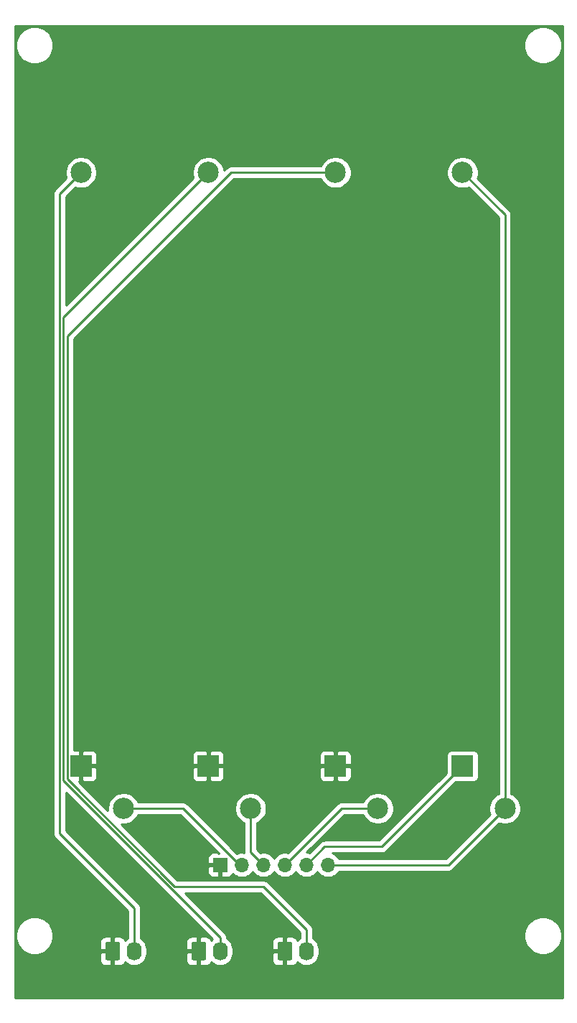
<source format=gbr>
%TF.GenerationSoftware,KiCad,Pcbnew,5.1.10-88a1d61d58~90~ubuntu20.04.1*%
%TF.CreationDate,2021-08-07T12:40:56-04:00*%
%TF.ProjectId,ao_audio_mixer,616f5f61-7564-4696-9f5f-6d697865722e,rev?*%
%TF.SameCoordinates,Original*%
%TF.FileFunction,Copper,L1,Top*%
%TF.FilePolarity,Positive*%
%FSLAX46Y46*%
G04 Gerber Fmt 4.6, Leading zero omitted, Abs format (unit mm)*
G04 Created by KiCad (PCBNEW 5.1.10-88a1d61d58~90~ubuntu20.04.1) date 2021-08-07 12:40:56*
%MOMM*%
%LPD*%
G01*
G04 APERTURE LIST*
%TA.AperFunction,ComponentPad*%
%ADD10R,2.500000X2.500000*%
%TD*%
%TA.AperFunction,ComponentPad*%
%ADD11C,2.500000*%
%TD*%
%TA.AperFunction,ComponentPad*%
%ADD12O,1.700000X1.700000*%
%TD*%
%TA.AperFunction,ComponentPad*%
%ADD13R,1.700000X1.700000*%
%TD*%
%TA.AperFunction,ComponentPad*%
%ADD14O,1.740000X2.200000*%
%TD*%
%TA.AperFunction,Conductor*%
%ADD15C,0.250000*%
%TD*%
%TA.AperFunction,Conductor*%
%ADD16C,0.254000*%
%TD*%
%TA.AperFunction,Conductor*%
%ADD17C,0.100000*%
%TD*%
G04 APERTURE END LIST*
D10*
%TO.P,RV4,1*%
%TO.N,GND1*%
X195500000Y-124000000D03*
D11*
%TO.P,RV4,2*%
%TO.N,Net-(J5-Pad4)*%
X200500000Y-129000000D03*
%TO.P,RV4,3*%
%TO.N,/IN3*%
X195500000Y-54000000D03*
%TD*%
D12*
%TO.P,J5,6*%
%TO.N,Net-(J5-Pad6)*%
X194620000Y-135680000D03*
%TO.P,J5,5*%
%TO.N,Net-(J5-Pad5)*%
X192080000Y-135680000D03*
%TO.P,J5,4*%
%TO.N,Net-(J5-Pad4)*%
X189540000Y-135680000D03*
%TO.P,J5,3*%
%TO.N,Net-(J5-Pad3)*%
X187000000Y-135680000D03*
%TO.P,J5,2*%
%TO.N,Net-(J5-Pad2)*%
X184460000Y-135680000D03*
D13*
%TO.P,J5,1*%
%TO.N,GND1*%
X181920000Y-135680000D03*
%TD*%
%TO.P,J2,1*%
%TO.N,GND1*%
%TA.AperFunction,ComponentPad*%
G36*
G01*
X178510000Y-146690001D02*
X178510000Y-144989999D01*
G75*
G02*
X178759999Y-144740000I249999J0D01*
G01*
X180000001Y-144740000D01*
G75*
G02*
X180250000Y-144989999I0J-249999D01*
G01*
X180250000Y-146690001D01*
G75*
G02*
X180000001Y-146940000I-249999J0D01*
G01*
X178759999Y-146940000D01*
G75*
G02*
X178510000Y-146690001I0J249999D01*
G01*
G37*
%TD.AperFunction*%
D14*
%TO.P,J2,2*%
%TO.N,/IN2*%
X181920000Y-145840000D03*
%TD*%
%TO.P,J1,1*%
%TO.N,GND1*%
%TA.AperFunction,ComponentPad*%
G36*
G01*
X168350000Y-146690001D02*
X168350000Y-144989999D01*
G75*
G02*
X168599999Y-144740000I249999J0D01*
G01*
X169840001Y-144740000D01*
G75*
G02*
X170090000Y-144989999I0J-249999D01*
G01*
X170090000Y-146690001D01*
G75*
G02*
X169840001Y-146940000I-249999J0D01*
G01*
X168599999Y-146940000D01*
G75*
G02*
X168350000Y-146690001I0J249999D01*
G01*
G37*
%TD.AperFunction*%
%TO.P,J1,2*%
%TO.N,/IN1*%
X171760000Y-145840000D03*
%TD*%
D10*
%TO.P,RV1,1*%
%TO.N,Net-(J5-Pad5)*%
X210500000Y-124000000D03*
D11*
%TO.P,RV1,2*%
%TO.N,Net-(J5-Pad6)*%
X215500000Y-129000000D03*
%TO.P,RV1,3*%
X210500000Y-54000000D03*
%TD*%
D10*
%TO.P,RV2,1*%
%TO.N,GND1*%
X165500000Y-124000000D03*
D11*
%TO.P,RV2,2*%
%TO.N,Net-(J5-Pad2)*%
X170500000Y-129000000D03*
%TO.P,RV2,3*%
%TO.N,/IN1*%
X165500000Y-54000000D03*
%TD*%
D10*
%TO.P,RV3,1*%
%TO.N,GND1*%
X180500000Y-124000000D03*
D11*
%TO.P,RV3,2*%
%TO.N,Net-(J5-Pad3)*%
X185500000Y-129000000D03*
%TO.P,RV3,3*%
%TO.N,/IN2*%
X180500000Y-54000000D03*
%TD*%
%TO.P,J3,1*%
%TO.N,GND1*%
%TA.AperFunction,ComponentPad*%
G36*
G01*
X188670000Y-146690001D02*
X188670000Y-144989999D01*
G75*
G02*
X188919999Y-144740000I249999J0D01*
G01*
X190160001Y-144740000D01*
G75*
G02*
X190410000Y-144989999I0J-249999D01*
G01*
X190410000Y-146690001D01*
G75*
G02*
X190160001Y-146940000I-249999J0D01*
G01*
X188919999Y-146940000D01*
G75*
G02*
X188670000Y-146690001I0J249999D01*
G01*
G37*
%TD.AperFunction*%
D14*
%TO.P,J3,2*%
%TO.N,/IN3*%
X192080000Y-145840000D03*
%TD*%
D15*
%TO.N,/IN1*%
X162974980Y-56525020D02*
X165500000Y-54000000D01*
X171760000Y-145840000D02*
X171760000Y-140760000D01*
X171760000Y-140760000D02*
X162974980Y-131974980D01*
X162974980Y-131974980D02*
X162974980Y-56525020D01*
%TO.N,/IN2*%
X181920000Y-145840000D02*
X181920000Y-144231412D01*
X181920000Y-144231412D02*
X163424989Y-125736401D01*
X163424989Y-125736401D02*
X163424989Y-71075011D01*
X163424989Y-71075011D02*
X180500000Y-54000000D01*
%TO.N,/IN3*%
X192080000Y-145840000D02*
X192080000Y-143300000D01*
X192080000Y-143300000D02*
X187000000Y-138220000D01*
X187000000Y-138220000D02*
X176544998Y-138220000D01*
X176544998Y-138220000D02*
X163874999Y-125550001D01*
X163874999Y-125550001D02*
X163874999Y-73319999D01*
X163874999Y-73319999D02*
X183194998Y-54000000D01*
X183194998Y-54000000D02*
X195500000Y-54000000D01*
%TO.N,Net-(J5-Pad4)*%
X189540000Y-135680000D02*
X196220000Y-129000000D01*
X196220000Y-129000000D02*
X200500000Y-129000000D01*
%TO.N,Net-(J5-Pad3)*%
X185500000Y-129000000D02*
X185500000Y-134180000D01*
X185500000Y-134180000D02*
X187000000Y-135680000D01*
%TO.N,Net-(J5-Pad2)*%
X170500000Y-129000000D02*
X177525002Y-129000000D01*
X177525002Y-129000000D02*
X184205002Y-135680000D01*
X184205002Y-135680000D02*
X184460000Y-135680000D01*
%TO.N,Net-(J5-Pad6)*%
X194620000Y-135680000D02*
X208820000Y-135680000D01*
X208820000Y-135680000D02*
X215500000Y-129000000D01*
X215500000Y-129000000D02*
X215500000Y-59000000D01*
X215500000Y-59000000D02*
X210500000Y-54000000D01*
%TO.N,Net-(J5-Pad5)*%
X194239000Y-133521000D02*
X200979000Y-133521000D01*
X200979000Y-133521000D02*
X210500000Y-124000000D01*
X192080000Y-135680000D02*
X194239000Y-133521000D01*
%TD*%
D16*
%TO.N,GND1*%
X222315001Y-151315000D02*
X157685000Y-151315000D01*
X157685000Y-146940000D01*
X167711928Y-146940000D01*
X167724188Y-147064482D01*
X167760498Y-147184180D01*
X167819463Y-147294494D01*
X167898815Y-147391185D01*
X167995506Y-147470537D01*
X168105820Y-147529502D01*
X168225518Y-147565812D01*
X168350000Y-147578072D01*
X168934250Y-147575000D01*
X169093000Y-147416250D01*
X169093000Y-145967000D01*
X167873750Y-145967000D01*
X167715000Y-146125750D01*
X167711928Y-146940000D01*
X157685000Y-146940000D01*
X157685000Y-143779872D01*
X157765000Y-143779872D01*
X157765000Y-144220128D01*
X157850890Y-144651925D01*
X158019369Y-145058669D01*
X158263962Y-145424729D01*
X158575271Y-145736038D01*
X158941331Y-145980631D01*
X159348075Y-146149110D01*
X159779872Y-146235000D01*
X160220128Y-146235000D01*
X160651925Y-146149110D01*
X161058669Y-145980631D01*
X161424729Y-145736038D01*
X161736038Y-145424729D01*
X161980631Y-145058669D01*
X162112628Y-144740000D01*
X167711928Y-144740000D01*
X167715000Y-145554250D01*
X167873750Y-145713000D01*
X169093000Y-145713000D01*
X169093000Y-144263750D01*
X168934250Y-144105000D01*
X168350000Y-144101928D01*
X168225518Y-144114188D01*
X168105820Y-144150498D01*
X167995506Y-144209463D01*
X167898815Y-144288815D01*
X167819463Y-144385506D01*
X167760498Y-144495820D01*
X167724188Y-144615518D01*
X167711928Y-144740000D01*
X162112628Y-144740000D01*
X162149110Y-144651925D01*
X162235000Y-144220128D01*
X162235000Y-143779872D01*
X162149110Y-143348075D01*
X161980631Y-142941331D01*
X161736038Y-142575271D01*
X161424729Y-142263962D01*
X161058669Y-142019369D01*
X160651925Y-141850890D01*
X160220128Y-141765000D01*
X159779872Y-141765000D01*
X159348075Y-141850890D01*
X158941331Y-142019369D01*
X158575271Y-142263962D01*
X158263962Y-142575271D01*
X158019369Y-142941331D01*
X157850890Y-143348075D01*
X157765000Y-143779872D01*
X157685000Y-143779872D01*
X157685000Y-56525020D01*
X162211304Y-56525020D01*
X162214981Y-56562353D01*
X162214980Y-131937658D01*
X162211304Y-131974980D01*
X162214980Y-132012302D01*
X162214980Y-132012312D01*
X162225977Y-132123965D01*
X162269434Y-132267226D01*
X162340006Y-132399256D01*
X162379851Y-132447806D01*
X162434979Y-132514981D01*
X162463983Y-132538784D01*
X171000001Y-141074804D01*
X171000000Y-144309727D01*
X170919821Y-144352583D01*
X170692615Y-144539047D01*
X170679502Y-144495820D01*
X170620537Y-144385506D01*
X170541185Y-144288815D01*
X170444494Y-144209463D01*
X170334180Y-144150498D01*
X170214482Y-144114188D01*
X170090000Y-144101928D01*
X169505750Y-144105000D01*
X169347000Y-144263750D01*
X169347000Y-145713000D01*
X169367000Y-145713000D01*
X169367000Y-145967000D01*
X169347000Y-145967000D01*
X169347000Y-147416250D01*
X169505750Y-147575000D01*
X170090000Y-147578072D01*
X170214482Y-147565812D01*
X170334180Y-147529502D01*
X170444494Y-147470537D01*
X170541185Y-147391185D01*
X170620537Y-147294494D01*
X170679502Y-147184180D01*
X170692615Y-147140953D01*
X170919822Y-147327417D01*
X171181276Y-147467166D01*
X171464969Y-147553224D01*
X171760000Y-147582282D01*
X172055032Y-147553224D01*
X172338725Y-147467166D01*
X172600179Y-147327417D01*
X172829345Y-147139345D01*
X172992943Y-146940000D01*
X177871928Y-146940000D01*
X177884188Y-147064482D01*
X177920498Y-147184180D01*
X177979463Y-147294494D01*
X178058815Y-147391185D01*
X178155506Y-147470537D01*
X178265820Y-147529502D01*
X178385518Y-147565812D01*
X178510000Y-147578072D01*
X179094250Y-147575000D01*
X179253000Y-147416250D01*
X179253000Y-145967000D01*
X178033750Y-145967000D01*
X177875000Y-146125750D01*
X177871928Y-146940000D01*
X172992943Y-146940000D01*
X173017417Y-146910179D01*
X173157166Y-146648724D01*
X173243224Y-146365031D01*
X173265000Y-146143935D01*
X173265000Y-145536064D01*
X173243224Y-145314968D01*
X173157166Y-145031275D01*
X173017417Y-144769821D01*
X172992944Y-144740000D01*
X177871928Y-144740000D01*
X177875000Y-145554250D01*
X178033750Y-145713000D01*
X179253000Y-145713000D01*
X179253000Y-144263750D01*
X179094250Y-144105000D01*
X178510000Y-144101928D01*
X178385518Y-144114188D01*
X178265820Y-144150498D01*
X178155506Y-144209463D01*
X178058815Y-144288815D01*
X177979463Y-144385506D01*
X177920498Y-144495820D01*
X177884188Y-144615518D01*
X177871928Y-144740000D01*
X172992944Y-144740000D01*
X172829345Y-144540655D01*
X172600178Y-144352583D01*
X172520000Y-144309727D01*
X172520000Y-140797322D01*
X172523676Y-140759999D01*
X172520000Y-140722676D01*
X172520000Y-140722667D01*
X172509003Y-140611014D01*
X172465546Y-140467753D01*
X172394974Y-140335724D01*
X172381811Y-140319685D01*
X172323799Y-140248996D01*
X172323795Y-140248992D01*
X172300001Y-140219999D01*
X172271008Y-140196205D01*
X163734980Y-131660179D01*
X163734980Y-127121193D01*
X181017507Y-144403722D01*
X180852615Y-144539047D01*
X180839502Y-144495820D01*
X180780537Y-144385506D01*
X180701185Y-144288815D01*
X180604494Y-144209463D01*
X180494180Y-144150498D01*
X180374482Y-144114188D01*
X180250000Y-144101928D01*
X179665750Y-144105000D01*
X179507000Y-144263750D01*
X179507000Y-145713000D01*
X179527000Y-145713000D01*
X179527000Y-145967000D01*
X179507000Y-145967000D01*
X179507000Y-147416250D01*
X179665750Y-147575000D01*
X180250000Y-147578072D01*
X180374482Y-147565812D01*
X180494180Y-147529502D01*
X180604494Y-147470537D01*
X180701185Y-147391185D01*
X180780537Y-147294494D01*
X180839502Y-147184180D01*
X180852615Y-147140953D01*
X181079822Y-147327417D01*
X181341276Y-147467166D01*
X181624969Y-147553224D01*
X181920000Y-147582282D01*
X182215032Y-147553224D01*
X182498725Y-147467166D01*
X182760179Y-147327417D01*
X182989345Y-147139345D01*
X183152943Y-146940000D01*
X188031928Y-146940000D01*
X188044188Y-147064482D01*
X188080498Y-147184180D01*
X188139463Y-147294494D01*
X188218815Y-147391185D01*
X188315506Y-147470537D01*
X188425820Y-147529502D01*
X188545518Y-147565812D01*
X188670000Y-147578072D01*
X189254250Y-147575000D01*
X189413000Y-147416250D01*
X189413000Y-145967000D01*
X188193750Y-145967000D01*
X188035000Y-146125750D01*
X188031928Y-146940000D01*
X183152943Y-146940000D01*
X183177417Y-146910179D01*
X183317166Y-146648724D01*
X183403224Y-146365031D01*
X183425000Y-146143935D01*
X183425000Y-145536064D01*
X183403224Y-145314968D01*
X183317166Y-145031275D01*
X183177417Y-144769821D01*
X183152944Y-144740000D01*
X188031928Y-144740000D01*
X188035000Y-145554250D01*
X188193750Y-145713000D01*
X189413000Y-145713000D01*
X189413000Y-144263750D01*
X189254250Y-144105000D01*
X188670000Y-144101928D01*
X188545518Y-144114188D01*
X188425820Y-144150498D01*
X188315506Y-144209463D01*
X188218815Y-144288815D01*
X188139463Y-144385506D01*
X188080498Y-144495820D01*
X188044188Y-144615518D01*
X188031928Y-144740000D01*
X183152944Y-144740000D01*
X182989345Y-144540655D01*
X182760178Y-144352583D01*
X182680000Y-144309727D01*
X182680000Y-144268734D01*
X182683676Y-144231411D01*
X182680000Y-144194088D01*
X182680000Y-144194079D01*
X182669003Y-144082426D01*
X182625546Y-143939165D01*
X182554974Y-143807136D01*
X182486973Y-143724276D01*
X182483799Y-143720408D01*
X182483795Y-143720404D01*
X182460001Y-143691411D01*
X182431008Y-143667617D01*
X177743390Y-138980000D01*
X186685199Y-138980000D01*
X191320001Y-143614803D01*
X191320001Y-144309726D01*
X191239821Y-144352583D01*
X191012615Y-144539047D01*
X190999502Y-144495820D01*
X190940537Y-144385506D01*
X190861185Y-144288815D01*
X190764494Y-144209463D01*
X190654180Y-144150498D01*
X190534482Y-144114188D01*
X190410000Y-144101928D01*
X189825750Y-144105000D01*
X189667000Y-144263750D01*
X189667000Y-145713000D01*
X189687000Y-145713000D01*
X189687000Y-145967000D01*
X189667000Y-145967000D01*
X189667000Y-147416250D01*
X189825750Y-147575000D01*
X190410000Y-147578072D01*
X190534482Y-147565812D01*
X190654180Y-147529502D01*
X190764494Y-147470537D01*
X190861185Y-147391185D01*
X190940537Y-147294494D01*
X190999502Y-147184180D01*
X191012615Y-147140953D01*
X191239822Y-147327417D01*
X191501276Y-147467166D01*
X191784969Y-147553224D01*
X192080000Y-147582282D01*
X192375032Y-147553224D01*
X192658725Y-147467166D01*
X192920179Y-147327417D01*
X193149345Y-147139345D01*
X193337417Y-146910179D01*
X193477166Y-146648724D01*
X193563224Y-146365031D01*
X193585000Y-146143935D01*
X193585000Y-145536064D01*
X193563224Y-145314968D01*
X193477166Y-145031275D01*
X193337417Y-144769821D01*
X193149345Y-144540655D01*
X192920178Y-144352583D01*
X192840000Y-144309727D01*
X192840000Y-143779872D01*
X217765000Y-143779872D01*
X217765000Y-144220128D01*
X217850890Y-144651925D01*
X218019369Y-145058669D01*
X218263962Y-145424729D01*
X218575271Y-145736038D01*
X218941331Y-145980631D01*
X219348075Y-146149110D01*
X219779872Y-146235000D01*
X220220128Y-146235000D01*
X220651925Y-146149110D01*
X221058669Y-145980631D01*
X221424729Y-145736038D01*
X221736038Y-145424729D01*
X221980631Y-145058669D01*
X222149110Y-144651925D01*
X222235000Y-144220128D01*
X222235000Y-143779872D01*
X222149110Y-143348075D01*
X221980631Y-142941331D01*
X221736038Y-142575271D01*
X221424729Y-142263962D01*
X221058669Y-142019369D01*
X220651925Y-141850890D01*
X220220128Y-141765000D01*
X219779872Y-141765000D01*
X219348075Y-141850890D01*
X218941331Y-142019369D01*
X218575271Y-142263962D01*
X218263962Y-142575271D01*
X218019369Y-142941331D01*
X217850890Y-143348075D01*
X217765000Y-143779872D01*
X192840000Y-143779872D01*
X192840000Y-143337323D01*
X192843676Y-143300000D01*
X192840000Y-143262677D01*
X192840000Y-143262667D01*
X192829003Y-143151014D01*
X192785546Y-143007753D01*
X192750042Y-142941331D01*
X192714974Y-142875723D01*
X192643799Y-142788997D01*
X192620001Y-142759999D01*
X192591003Y-142736201D01*
X187563804Y-137709003D01*
X187540001Y-137679999D01*
X187424276Y-137585026D01*
X187292247Y-137514454D01*
X187148986Y-137470997D01*
X187037333Y-137460000D01*
X187037322Y-137460000D01*
X187000000Y-137456324D01*
X186962678Y-137460000D01*
X176859801Y-137460000D01*
X175929801Y-136530000D01*
X180431928Y-136530000D01*
X180444188Y-136654482D01*
X180480498Y-136774180D01*
X180539463Y-136884494D01*
X180618815Y-136981185D01*
X180715506Y-137060537D01*
X180825820Y-137119502D01*
X180945518Y-137155812D01*
X181070000Y-137168072D01*
X181634250Y-137165000D01*
X181793000Y-137006250D01*
X181793000Y-135807000D01*
X180593750Y-135807000D01*
X180435000Y-135965750D01*
X180431928Y-136530000D01*
X175929801Y-136530000D01*
X170277464Y-130877664D01*
X170314344Y-130885000D01*
X170685656Y-130885000D01*
X171049834Y-130812561D01*
X171392882Y-130670466D01*
X171701618Y-130464175D01*
X171964175Y-130201618D01*
X172170466Y-129892882D01*
X172225507Y-129760000D01*
X177210201Y-129760000D01*
X181792998Y-134342798D01*
X181792998Y-134353748D01*
X181634250Y-134195000D01*
X181070000Y-134191928D01*
X180945518Y-134204188D01*
X180825820Y-134240498D01*
X180715506Y-134299463D01*
X180618815Y-134378815D01*
X180539463Y-134475506D01*
X180480498Y-134585820D01*
X180444188Y-134705518D01*
X180431928Y-134830000D01*
X180435000Y-135394250D01*
X180593750Y-135553000D01*
X181793000Y-135553000D01*
X181793000Y-135533000D01*
X182047000Y-135533000D01*
X182047000Y-135553000D01*
X182067000Y-135553000D01*
X182067000Y-135807000D01*
X182047000Y-135807000D01*
X182047000Y-137006250D01*
X182205750Y-137165000D01*
X182770000Y-137168072D01*
X182894482Y-137155812D01*
X183014180Y-137119502D01*
X183124494Y-137060537D01*
X183221185Y-136981185D01*
X183300537Y-136884494D01*
X183359502Y-136774180D01*
X183381513Y-136701620D01*
X183513368Y-136833475D01*
X183756589Y-136995990D01*
X184026842Y-137107932D01*
X184313740Y-137165000D01*
X184606260Y-137165000D01*
X184893158Y-137107932D01*
X185163411Y-136995990D01*
X185406632Y-136833475D01*
X185613475Y-136626632D01*
X185730000Y-136452240D01*
X185846525Y-136626632D01*
X186053368Y-136833475D01*
X186296589Y-136995990D01*
X186566842Y-137107932D01*
X186853740Y-137165000D01*
X187146260Y-137165000D01*
X187433158Y-137107932D01*
X187703411Y-136995990D01*
X187946632Y-136833475D01*
X188153475Y-136626632D01*
X188270000Y-136452240D01*
X188386525Y-136626632D01*
X188593368Y-136833475D01*
X188836589Y-136995990D01*
X189106842Y-137107932D01*
X189393740Y-137165000D01*
X189686260Y-137165000D01*
X189973158Y-137107932D01*
X190243411Y-136995990D01*
X190486632Y-136833475D01*
X190693475Y-136626632D01*
X190810000Y-136452240D01*
X190926525Y-136626632D01*
X191133368Y-136833475D01*
X191376589Y-136995990D01*
X191646842Y-137107932D01*
X191933740Y-137165000D01*
X192226260Y-137165000D01*
X192513158Y-137107932D01*
X192783411Y-136995990D01*
X193026632Y-136833475D01*
X193233475Y-136626632D01*
X193350000Y-136452240D01*
X193466525Y-136626632D01*
X193673368Y-136833475D01*
X193916589Y-136995990D01*
X194186842Y-137107932D01*
X194473740Y-137165000D01*
X194766260Y-137165000D01*
X195053158Y-137107932D01*
X195323411Y-136995990D01*
X195566632Y-136833475D01*
X195773475Y-136626632D01*
X195898178Y-136440000D01*
X208782678Y-136440000D01*
X208820000Y-136443676D01*
X208857322Y-136440000D01*
X208857333Y-136440000D01*
X208968986Y-136429003D01*
X209112247Y-136385546D01*
X209244276Y-136314974D01*
X209360001Y-136220001D01*
X209383804Y-136190997D01*
X214817283Y-130757519D01*
X214950166Y-130812561D01*
X215314344Y-130885000D01*
X215685656Y-130885000D01*
X216049834Y-130812561D01*
X216392882Y-130670466D01*
X216701618Y-130464175D01*
X216964175Y-130201618D01*
X217170466Y-129892882D01*
X217312561Y-129549834D01*
X217385000Y-129185656D01*
X217385000Y-128814344D01*
X217312561Y-128450166D01*
X217170466Y-128107118D01*
X216964175Y-127798382D01*
X216701618Y-127535825D01*
X216392882Y-127329534D01*
X216260000Y-127274493D01*
X216260000Y-59037323D01*
X216263676Y-59000000D01*
X216260000Y-58962677D01*
X216260000Y-58962667D01*
X216249003Y-58851014D01*
X216205546Y-58707753D01*
X216134974Y-58575724D01*
X216040001Y-58459999D01*
X216011003Y-58436201D01*
X212257519Y-54682718D01*
X212312561Y-54549834D01*
X212385000Y-54185656D01*
X212385000Y-53814344D01*
X212312561Y-53450166D01*
X212170466Y-53107118D01*
X211964175Y-52798382D01*
X211701618Y-52535825D01*
X211392882Y-52329534D01*
X211049834Y-52187439D01*
X210685656Y-52115000D01*
X210314344Y-52115000D01*
X209950166Y-52187439D01*
X209607118Y-52329534D01*
X209298382Y-52535825D01*
X209035825Y-52798382D01*
X208829534Y-53107118D01*
X208687439Y-53450166D01*
X208615000Y-53814344D01*
X208615000Y-54185656D01*
X208687439Y-54549834D01*
X208829534Y-54892882D01*
X209035825Y-55201618D01*
X209298382Y-55464175D01*
X209607118Y-55670466D01*
X209950166Y-55812561D01*
X210314344Y-55885000D01*
X210685656Y-55885000D01*
X211049834Y-55812561D01*
X211182718Y-55757519D01*
X214740001Y-59314803D01*
X214740000Y-127274493D01*
X214607118Y-127329534D01*
X214298382Y-127535825D01*
X214035825Y-127798382D01*
X213829534Y-128107118D01*
X213687439Y-128450166D01*
X213615000Y-128814344D01*
X213615000Y-129185656D01*
X213687439Y-129549834D01*
X213742481Y-129682717D01*
X208505199Y-134920000D01*
X195898178Y-134920000D01*
X195773475Y-134733368D01*
X195566632Y-134526525D01*
X195323411Y-134364010D01*
X195123006Y-134281000D01*
X200941678Y-134281000D01*
X200979000Y-134284676D01*
X201016322Y-134281000D01*
X201016333Y-134281000D01*
X201127986Y-134270003D01*
X201271247Y-134226546D01*
X201403276Y-134155974D01*
X201519001Y-134061001D01*
X201542804Y-134031997D01*
X209686730Y-125888072D01*
X211750000Y-125888072D01*
X211874482Y-125875812D01*
X211994180Y-125839502D01*
X212104494Y-125780537D01*
X212201185Y-125701185D01*
X212280537Y-125604494D01*
X212339502Y-125494180D01*
X212375812Y-125374482D01*
X212388072Y-125250000D01*
X212388072Y-122750000D01*
X212375812Y-122625518D01*
X212339502Y-122505820D01*
X212280537Y-122395506D01*
X212201185Y-122298815D01*
X212104494Y-122219463D01*
X211994180Y-122160498D01*
X211874482Y-122124188D01*
X211750000Y-122111928D01*
X209250000Y-122111928D01*
X209125518Y-122124188D01*
X209005820Y-122160498D01*
X208895506Y-122219463D01*
X208798815Y-122298815D01*
X208719463Y-122395506D01*
X208660498Y-122505820D01*
X208624188Y-122625518D01*
X208611928Y-122750000D01*
X208611928Y-124813270D01*
X200664199Y-132761000D01*
X194276322Y-132761000D01*
X194238999Y-132757324D01*
X194201676Y-132761000D01*
X194201667Y-132761000D01*
X194090014Y-132771997D01*
X193946753Y-132815454D01*
X193814723Y-132886026D01*
X193731083Y-132954668D01*
X193698999Y-132980999D01*
X193675201Y-133009997D01*
X192446408Y-134238791D01*
X192226260Y-134195000D01*
X192099801Y-134195000D01*
X196534802Y-129760000D01*
X198774493Y-129760000D01*
X198829534Y-129892882D01*
X199035825Y-130201618D01*
X199298382Y-130464175D01*
X199607118Y-130670466D01*
X199950166Y-130812561D01*
X200314344Y-130885000D01*
X200685656Y-130885000D01*
X201049834Y-130812561D01*
X201392882Y-130670466D01*
X201701618Y-130464175D01*
X201964175Y-130201618D01*
X202170466Y-129892882D01*
X202312561Y-129549834D01*
X202385000Y-129185656D01*
X202385000Y-128814344D01*
X202312561Y-128450166D01*
X202170466Y-128107118D01*
X201964175Y-127798382D01*
X201701618Y-127535825D01*
X201392882Y-127329534D01*
X201049834Y-127187439D01*
X200685656Y-127115000D01*
X200314344Y-127115000D01*
X199950166Y-127187439D01*
X199607118Y-127329534D01*
X199298382Y-127535825D01*
X199035825Y-127798382D01*
X198829534Y-128107118D01*
X198774493Y-128240000D01*
X196257333Y-128240000D01*
X196220000Y-128236323D01*
X196182667Y-128240000D01*
X196071014Y-128250997D01*
X195927753Y-128294454D01*
X195795724Y-128365026D01*
X195679999Y-128459999D01*
X195656201Y-128488997D01*
X189906408Y-134238791D01*
X189686260Y-134195000D01*
X189393740Y-134195000D01*
X189106842Y-134252068D01*
X188836589Y-134364010D01*
X188593368Y-134526525D01*
X188386525Y-134733368D01*
X188270000Y-134907760D01*
X188153475Y-134733368D01*
X187946632Y-134526525D01*
X187703411Y-134364010D01*
X187433158Y-134252068D01*
X187146260Y-134195000D01*
X186853740Y-134195000D01*
X186633592Y-134238791D01*
X186260000Y-133865199D01*
X186260000Y-130725507D01*
X186392882Y-130670466D01*
X186701618Y-130464175D01*
X186964175Y-130201618D01*
X187170466Y-129892882D01*
X187312561Y-129549834D01*
X187385000Y-129185656D01*
X187385000Y-128814344D01*
X187312561Y-128450166D01*
X187170466Y-128107118D01*
X186964175Y-127798382D01*
X186701618Y-127535825D01*
X186392882Y-127329534D01*
X186049834Y-127187439D01*
X185685656Y-127115000D01*
X185314344Y-127115000D01*
X184950166Y-127187439D01*
X184607118Y-127329534D01*
X184298382Y-127535825D01*
X184035825Y-127798382D01*
X183829534Y-128107118D01*
X183687439Y-128450166D01*
X183615000Y-128814344D01*
X183615000Y-129185656D01*
X183687439Y-129549834D01*
X183829534Y-129892882D01*
X184035825Y-130201618D01*
X184298382Y-130464175D01*
X184607118Y-130670466D01*
X184740000Y-130725508D01*
X184740001Y-134142668D01*
X184736324Y-134180000D01*
X184740430Y-134221688D01*
X184606260Y-134195000D01*
X184313740Y-134195000D01*
X184026842Y-134252068D01*
X183903119Y-134303315D01*
X178088806Y-128489003D01*
X178065003Y-128459999D01*
X177949278Y-128365026D01*
X177817249Y-128294454D01*
X177673988Y-128250997D01*
X177562335Y-128240000D01*
X177562324Y-128240000D01*
X177525002Y-128236324D01*
X177487680Y-128240000D01*
X172225507Y-128240000D01*
X172170466Y-128107118D01*
X171964175Y-127798382D01*
X171701618Y-127535825D01*
X171392882Y-127329534D01*
X171049834Y-127187439D01*
X170685656Y-127115000D01*
X170314344Y-127115000D01*
X169950166Y-127187439D01*
X169607118Y-127329534D01*
X169298382Y-127535825D01*
X169035825Y-127798382D01*
X168829534Y-128107118D01*
X168687439Y-128450166D01*
X168615000Y-128814344D01*
X168615000Y-129185656D01*
X168622336Y-129222536D01*
X165249525Y-125849725D01*
X165373000Y-125726250D01*
X165373000Y-124127000D01*
X165627000Y-124127000D01*
X165627000Y-125726250D01*
X165785750Y-125885000D01*
X166750000Y-125888072D01*
X166874482Y-125875812D01*
X166994180Y-125839502D01*
X167104494Y-125780537D01*
X167201185Y-125701185D01*
X167280537Y-125604494D01*
X167339502Y-125494180D01*
X167375812Y-125374482D01*
X167388072Y-125250000D01*
X178611928Y-125250000D01*
X178624188Y-125374482D01*
X178660498Y-125494180D01*
X178719463Y-125604494D01*
X178798815Y-125701185D01*
X178895506Y-125780537D01*
X179005820Y-125839502D01*
X179125518Y-125875812D01*
X179250000Y-125888072D01*
X180214250Y-125885000D01*
X180373000Y-125726250D01*
X180373000Y-124127000D01*
X180627000Y-124127000D01*
X180627000Y-125726250D01*
X180785750Y-125885000D01*
X181750000Y-125888072D01*
X181874482Y-125875812D01*
X181994180Y-125839502D01*
X182104494Y-125780537D01*
X182201185Y-125701185D01*
X182280537Y-125604494D01*
X182339502Y-125494180D01*
X182375812Y-125374482D01*
X182388072Y-125250000D01*
X193611928Y-125250000D01*
X193624188Y-125374482D01*
X193660498Y-125494180D01*
X193719463Y-125604494D01*
X193798815Y-125701185D01*
X193895506Y-125780537D01*
X194005820Y-125839502D01*
X194125518Y-125875812D01*
X194250000Y-125888072D01*
X195214250Y-125885000D01*
X195373000Y-125726250D01*
X195373000Y-124127000D01*
X195627000Y-124127000D01*
X195627000Y-125726250D01*
X195785750Y-125885000D01*
X196750000Y-125888072D01*
X196874482Y-125875812D01*
X196994180Y-125839502D01*
X197104494Y-125780537D01*
X197201185Y-125701185D01*
X197280537Y-125604494D01*
X197339502Y-125494180D01*
X197375812Y-125374482D01*
X197388072Y-125250000D01*
X197385000Y-124285750D01*
X197226250Y-124127000D01*
X195627000Y-124127000D01*
X195373000Y-124127000D01*
X193773750Y-124127000D01*
X193615000Y-124285750D01*
X193611928Y-125250000D01*
X182388072Y-125250000D01*
X182385000Y-124285750D01*
X182226250Y-124127000D01*
X180627000Y-124127000D01*
X180373000Y-124127000D01*
X178773750Y-124127000D01*
X178615000Y-124285750D01*
X178611928Y-125250000D01*
X167388072Y-125250000D01*
X167385000Y-124285750D01*
X167226250Y-124127000D01*
X165627000Y-124127000D01*
X165373000Y-124127000D01*
X165353000Y-124127000D01*
X165353000Y-123873000D01*
X165373000Y-123873000D01*
X165373000Y-122273750D01*
X165627000Y-122273750D01*
X165627000Y-123873000D01*
X167226250Y-123873000D01*
X167385000Y-123714250D01*
X167388072Y-122750000D01*
X178611928Y-122750000D01*
X178615000Y-123714250D01*
X178773750Y-123873000D01*
X180373000Y-123873000D01*
X180373000Y-122273750D01*
X180627000Y-122273750D01*
X180627000Y-123873000D01*
X182226250Y-123873000D01*
X182385000Y-123714250D01*
X182388072Y-122750000D01*
X193611928Y-122750000D01*
X193615000Y-123714250D01*
X193773750Y-123873000D01*
X195373000Y-123873000D01*
X195373000Y-122273750D01*
X195627000Y-122273750D01*
X195627000Y-123873000D01*
X197226250Y-123873000D01*
X197385000Y-123714250D01*
X197388072Y-122750000D01*
X197375812Y-122625518D01*
X197339502Y-122505820D01*
X197280537Y-122395506D01*
X197201185Y-122298815D01*
X197104494Y-122219463D01*
X196994180Y-122160498D01*
X196874482Y-122124188D01*
X196750000Y-122111928D01*
X195785750Y-122115000D01*
X195627000Y-122273750D01*
X195373000Y-122273750D01*
X195214250Y-122115000D01*
X194250000Y-122111928D01*
X194125518Y-122124188D01*
X194005820Y-122160498D01*
X193895506Y-122219463D01*
X193798815Y-122298815D01*
X193719463Y-122395506D01*
X193660498Y-122505820D01*
X193624188Y-122625518D01*
X193611928Y-122750000D01*
X182388072Y-122750000D01*
X182375812Y-122625518D01*
X182339502Y-122505820D01*
X182280537Y-122395506D01*
X182201185Y-122298815D01*
X182104494Y-122219463D01*
X181994180Y-122160498D01*
X181874482Y-122124188D01*
X181750000Y-122111928D01*
X180785750Y-122115000D01*
X180627000Y-122273750D01*
X180373000Y-122273750D01*
X180214250Y-122115000D01*
X179250000Y-122111928D01*
X179125518Y-122124188D01*
X179005820Y-122160498D01*
X178895506Y-122219463D01*
X178798815Y-122298815D01*
X178719463Y-122395506D01*
X178660498Y-122505820D01*
X178624188Y-122625518D01*
X178611928Y-122750000D01*
X167388072Y-122750000D01*
X167375812Y-122625518D01*
X167339502Y-122505820D01*
X167280537Y-122395506D01*
X167201185Y-122298815D01*
X167104494Y-122219463D01*
X166994180Y-122160498D01*
X166874482Y-122124188D01*
X166750000Y-122111928D01*
X165785750Y-122115000D01*
X165627000Y-122273750D01*
X165373000Y-122273750D01*
X165214250Y-122115000D01*
X164634999Y-122113155D01*
X164634999Y-73634800D01*
X183509800Y-54760000D01*
X193774493Y-54760000D01*
X193829534Y-54892882D01*
X194035825Y-55201618D01*
X194298382Y-55464175D01*
X194607118Y-55670466D01*
X194950166Y-55812561D01*
X195314344Y-55885000D01*
X195685656Y-55885000D01*
X196049834Y-55812561D01*
X196392882Y-55670466D01*
X196701618Y-55464175D01*
X196964175Y-55201618D01*
X197170466Y-54892882D01*
X197312561Y-54549834D01*
X197385000Y-54185656D01*
X197385000Y-53814344D01*
X197312561Y-53450166D01*
X197170466Y-53107118D01*
X196964175Y-52798382D01*
X196701618Y-52535825D01*
X196392882Y-52329534D01*
X196049834Y-52187439D01*
X195685656Y-52115000D01*
X195314344Y-52115000D01*
X194950166Y-52187439D01*
X194607118Y-52329534D01*
X194298382Y-52535825D01*
X194035825Y-52798382D01*
X193829534Y-53107118D01*
X193774493Y-53240000D01*
X183232331Y-53240000D01*
X183194998Y-53236323D01*
X183157665Y-53240000D01*
X183046012Y-53250997D01*
X182902751Y-53294454D01*
X182770722Y-53365026D01*
X182654997Y-53459999D01*
X182631199Y-53488997D01*
X182371869Y-53748327D01*
X182312561Y-53450166D01*
X182170466Y-53107118D01*
X181964175Y-52798382D01*
X181701618Y-52535825D01*
X181392882Y-52329534D01*
X181049834Y-52187439D01*
X180685656Y-52115000D01*
X180314344Y-52115000D01*
X179950166Y-52187439D01*
X179607118Y-52329534D01*
X179298382Y-52535825D01*
X179035825Y-52798382D01*
X178829534Y-53107118D01*
X178687439Y-53450166D01*
X178615000Y-53814344D01*
X178615000Y-54185656D01*
X178687439Y-54549834D01*
X178742481Y-54682717D01*
X163734980Y-69690219D01*
X163734980Y-56839821D01*
X164817283Y-55757519D01*
X164950166Y-55812561D01*
X165314344Y-55885000D01*
X165685656Y-55885000D01*
X166049834Y-55812561D01*
X166392882Y-55670466D01*
X166701618Y-55464175D01*
X166964175Y-55201618D01*
X167170466Y-54892882D01*
X167312561Y-54549834D01*
X167385000Y-54185656D01*
X167385000Y-53814344D01*
X167312561Y-53450166D01*
X167170466Y-53107118D01*
X166964175Y-52798382D01*
X166701618Y-52535825D01*
X166392882Y-52329534D01*
X166049834Y-52187439D01*
X165685656Y-52115000D01*
X165314344Y-52115000D01*
X164950166Y-52187439D01*
X164607118Y-52329534D01*
X164298382Y-52535825D01*
X164035825Y-52798382D01*
X163829534Y-53107118D01*
X163687439Y-53450166D01*
X163615000Y-53814344D01*
X163615000Y-54185656D01*
X163687439Y-54549834D01*
X163742481Y-54682717D01*
X162463978Y-55961221D01*
X162434980Y-55985019D01*
X162411182Y-56014017D01*
X162411181Y-56014018D01*
X162340006Y-56100744D01*
X162269434Y-56232774D01*
X162225978Y-56376035D01*
X162211304Y-56525020D01*
X157685000Y-56525020D01*
X157685000Y-38779872D01*
X157765000Y-38779872D01*
X157765000Y-39220128D01*
X157850890Y-39651925D01*
X158019369Y-40058669D01*
X158263962Y-40424729D01*
X158575271Y-40736038D01*
X158941331Y-40980631D01*
X159348075Y-41149110D01*
X159779872Y-41235000D01*
X160220128Y-41235000D01*
X160651925Y-41149110D01*
X161058669Y-40980631D01*
X161424729Y-40736038D01*
X161736038Y-40424729D01*
X161980631Y-40058669D01*
X162149110Y-39651925D01*
X162235000Y-39220128D01*
X162235000Y-38779872D01*
X217765000Y-38779872D01*
X217765000Y-39220128D01*
X217850890Y-39651925D01*
X218019369Y-40058669D01*
X218263962Y-40424729D01*
X218575271Y-40736038D01*
X218941331Y-40980631D01*
X219348075Y-41149110D01*
X219779872Y-41235000D01*
X220220128Y-41235000D01*
X220651925Y-41149110D01*
X221058669Y-40980631D01*
X221424729Y-40736038D01*
X221736038Y-40424729D01*
X221980631Y-40058669D01*
X222149110Y-39651925D01*
X222235000Y-39220128D01*
X222235000Y-38779872D01*
X222149110Y-38348075D01*
X221980631Y-37941331D01*
X221736038Y-37575271D01*
X221424729Y-37263962D01*
X221058669Y-37019369D01*
X220651925Y-36850890D01*
X220220128Y-36765000D01*
X219779872Y-36765000D01*
X219348075Y-36850890D01*
X218941331Y-37019369D01*
X218575271Y-37263962D01*
X218263962Y-37575271D01*
X218019369Y-37941331D01*
X217850890Y-38348075D01*
X217765000Y-38779872D01*
X162235000Y-38779872D01*
X162149110Y-38348075D01*
X161980631Y-37941331D01*
X161736038Y-37575271D01*
X161424729Y-37263962D01*
X161058669Y-37019369D01*
X160651925Y-36850890D01*
X160220128Y-36765000D01*
X159779872Y-36765000D01*
X159348075Y-36850890D01*
X158941331Y-37019369D01*
X158575271Y-37263962D01*
X158263962Y-37575271D01*
X158019369Y-37941331D01*
X157850890Y-38348075D01*
X157765000Y-38779872D01*
X157685000Y-38779872D01*
X157685000Y-36685000D01*
X222315000Y-36685000D01*
X222315001Y-151315000D01*
%TA.AperFunction,Conductor*%
D17*
G36*
X222315001Y-151315000D02*
G01*
X157685000Y-151315000D01*
X157685000Y-146940000D01*
X167711928Y-146940000D01*
X167724188Y-147064482D01*
X167760498Y-147184180D01*
X167819463Y-147294494D01*
X167898815Y-147391185D01*
X167995506Y-147470537D01*
X168105820Y-147529502D01*
X168225518Y-147565812D01*
X168350000Y-147578072D01*
X168934250Y-147575000D01*
X169093000Y-147416250D01*
X169093000Y-145967000D01*
X167873750Y-145967000D01*
X167715000Y-146125750D01*
X167711928Y-146940000D01*
X157685000Y-146940000D01*
X157685000Y-143779872D01*
X157765000Y-143779872D01*
X157765000Y-144220128D01*
X157850890Y-144651925D01*
X158019369Y-145058669D01*
X158263962Y-145424729D01*
X158575271Y-145736038D01*
X158941331Y-145980631D01*
X159348075Y-146149110D01*
X159779872Y-146235000D01*
X160220128Y-146235000D01*
X160651925Y-146149110D01*
X161058669Y-145980631D01*
X161424729Y-145736038D01*
X161736038Y-145424729D01*
X161980631Y-145058669D01*
X162112628Y-144740000D01*
X167711928Y-144740000D01*
X167715000Y-145554250D01*
X167873750Y-145713000D01*
X169093000Y-145713000D01*
X169093000Y-144263750D01*
X168934250Y-144105000D01*
X168350000Y-144101928D01*
X168225518Y-144114188D01*
X168105820Y-144150498D01*
X167995506Y-144209463D01*
X167898815Y-144288815D01*
X167819463Y-144385506D01*
X167760498Y-144495820D01*
X167724188Y-144615518D01*
X167711928Y-144740000D01*
X162112628Y-144740000D01*
X162149110Y-144651925D01*
X162235000Y-144220128D01*
X162235000Y-143779872D01*
X162149110Y-143348075D01*
X161980631Y-142941331D01*
X161736038Y-142575271D01*
X161424729Y-142263962D01*
X161058669Y-142019369D01*
X160651925Y-141850890D01*
X160220128Y-141765000D01*
X159779872Y-141765000D01*
X159348075Y-141850890D01*
X158941331Y-142019369D01*
X158575271Y-142263962D01*
X158263962Y-142575271D01*
X158019369Y-142941331D01*
X157850890Y-143348075D01*
X157765000Y-143779872D01*
X157685000Y-143779872D01*
X157685000Y-56525020D01*
X162211304Y-56525020D01*
X162214981Y-56562353D01*
X162214980Y-131937658D01*
X162211304Y-131974980D01*
X162214980Y-132012302D01*
X162214980Y-132012312D01*
X162225977Y-132123965D01*
X162269434Y-132267226D01*
X162340006Y-132399256D01*
X162379851Y-132447806D01*
X162434979Y-132514981D01*
X162463983Y-132538784D01*
X171000001Y-141074804D01*
X171000000Y-144309727D01*
X170919821Y-144352583D01*
X170692615Y-144539047D01*
X170679502Y-144495820D01*
X170620537Y-144385506D01*
X170541185Y-144288815D01*
X170444494Y-144209463D01*
X170334180Y-144150498D01*
X170214482Y-144114188D01*
X170090000Y-144101928D01*
X169505750Y-144105000D01*
X169347000Y-144263750D01*
X169347000Y-145713000D01*
X169367000Y-145713000D01*
X169367000Y-145967000D01*
X169347000Y-145967000D01*
X169347000Y-147416250D01*
X169505750Y-147575000D01*
X170090000Y-147578072D01*
X170214482Y-147565812D01*
X170334180Y-147529502D01*
X170444494Y-147470537D01*
X170541185Y-147391185D01*
X170620537Y-147294494D01*
X170679502Y-147184180D01*
X170692615Y-147140953D01*
X170919822Y-147327417D01*
X171181276Y-147467166D01*
X171464969Y-147553224D01*
X171760000Y-147582282D01*
X172055032Y-147553224D01*
X172338725Y-147467166D01*
X172600179Y-147327417D01*
X172829345Y-147139345D01*
X172992943Y-146940000D01*
X177871928Y-146940000D01*
X177884188Y-147064482D01*
X177920498Y-147184180D01*
X177979463Y-147294494D01*
X178058815Y-147391185D01*
X178155506Y-147470537D01*
X178265820Y-147529502D01*
X178385518Y-147565812D01*
X178510000Y-147578072D01*
X179094250Y-147575000D01*
X179253000Y-147416250D01*
X179253000Y-145967000D01*
X178033750Y-145967000D01*
X177875000Y-146125750D01*
X177871928Y-146940000D01*
X172992943Y-146940000D01*
X173017417Y-146910179D01*
X173157166Y-146648724D01*
X173243224Y-146365031D01*
X173265000Y-146143935D01*
X173265000Y-145536064D01*
X173243224Y-145314968D01*
X173157166Y-145031275D01*
X173017417Y-144769821D01*
X172992944Y-144740000D01*
X177871928Y-144740000D01*
X177875000Y-145554250D01*
X178033750Y-145713000D01*
X179253000Y-145713000D01*
X179253000Y-144263750D01*
X179094250Y-144105000D01*
X178510000Y-144101928D01*
X178385518Y-144114188D01*
X178265820Y-144150498D01*
X178155506Y-144209463D01*
X178058815Y-144288815D01*
X177979463Y-144385506D01*
X177920498Y-144495820D01*
X177884188Y-144615518D01*
X177871928Y-144740000D01*
X172992944Y-144740000D01*
X172829345Y-144540655D01*
X172600178Y-144352583D01*
X172520000Y-144309727D01*
X172520000Y-140797322D01*
X172523676Y-140759999D01*
X172520000Y-140722676D01*
X172520000Y-140722667D01*
X172509003Y-140611014D01*
X172465546Y-140467753D01*
X172394974Y-140335724D01*
X172381811Y-140319685D01*
X172323799Y-140248996D01*
X172323795Y-140248992D01*
X172300001Y-140219999D01*
X172271008Y-140196205D01*
X163734980Y-131660179D01*
X163734980Y-127121193D01*
X181017507Y-144403722D01*
X180852615Y-144539047D01*
X180839502Y-144495820D01*
X180780537Y-144385506D01*
X180701185Y-144288815D01*
X180604494Y-144209463D01*
X180494180Y-144150498D01*
X180374482Y-144114188D01*
X180250000Y-144101928D01*
X179665750Y-144105000D01*
X179507000Y-144263750D01*
X179507000Y-145713000D01*
X179527000Y-145713000D01*
X179527000Y-145967000D01*
X179507000Y-145967000D01*
X179507000Y-147416250D01*
X179665750Y-147575000D01*
X180250000Y-147578072D01*
X180374482Y-147565812D01*
X180494180Y-147529502D01*
X180604494Y-147470537D01*
X180701185Y-147391185D01*
X180780537Y-147294494D01*
X180839502Y-147184180D01*
X180852615Y-147140953D01*
X181079822Y-147327417D01*
X181341276Y-147467166D01*
X181624969Y-147553224D01*
X181920000Y-147582282D01*
X182215032Y-147553224D01*
X182498725Y-147467166D01*
X182760179Y-147327417D01*
X182989345Y-147139345D01*
X183152943Y-146940000D01*
X188031928Y-146940000D01*
X188044188Y-147064482D01*
X188080498Y-147184180D01*
X188139463Y-147294494D01*
X188218815Y-147391185D01*
X188315506Y-147470537D01*
X188425820Y-147529502D01*
X188545518Y-147565812D01*
X188670000Y-147578072D01*
X189254250Y-147575000D01*
X189413000Y-147416250D01*
X189413000Y-145967000D01*
X188193750Y-145967000D01*
X188035000Y-146125750D01*
X188031928Y-146940000D01*
X183152943Y-146940000D01*
X183177417Y-146910179D01*
X183317166Y-146648724D01*
X183403224Y-146365031D01*
X183425000Y-146143935D01*
X183425000Y-145536064D01*
X183403224Y-145314968D01*
X183317166Y-145031275D01*
X183177417Y-144769821D01*
X183152944Y-144740000D01*
X188031928Y-144740000D01*
X188035000Y-145554250D01*
X188193750Y-145713000D01*
X189413000Y-145713000D01*
X189413000Y-144263750D01*
X189254250Y-144105000D01*
X188670000Y-144101928D01*
X188545518Y-144114188D01*
X188425820Y-144150498D01*
X188315506Y-144209463D01*
X188218815Y-144288815D01*
X188139463Y-144385506D01*
X188080498Y-144495820D01*
X188044188Y-144615518D01*
X188031928Y-144740000D01*
X183152944Y-144740000D01*
X182989345Y-144540655D01*
X182760178Y-144352583D01*
X182680000Y-144309727D01*
X182680000Y-144268734D01*
X182683676Y-144231411D01*
X182680000Y-144194088D01*
X182680000Y-144194079D01*
X182669003Y-144082426D01*
X182625546Y-143939165D01*
X182554974Y-143807136D01*
X182486973Y-143724276D01*
X182483799Y-143720408D01*
X182483795Y-143720404D01*
X182460001Y-143691411D01*
X182431008Y-143667617D01*
X177743390Y-138980000D01*
X186685199Y-138980000D01*
X191320001Y-143614803D01*
X191320001Y-144309726D01*
X191239821Y-144352583D01*
X191012615Y-144539047D01*
X190999502Y-144495820D01*
X190940537Y-144385506D01*
X190861185Y-144288815D01*
X190764494Y-144209463D01*
X190654180Y-144150498D01*
X190534482Y-144114188D01*
X190410000Y-144101928D01*
X189825750Y-144105000D01*
X189667000Y-144263750D01*
X189667000Y-145713000D01*
X189687000Y-145713000D01*
X189687000Y-145967000D01*
X189667000Y-145967000D01*
X189667000Y-147416250D01*
X189825750Y-147575000D01*
X190410000Y-147578072D01*
X190534482Y-147565812D01*
X190654180Y-147529502D01*
X190764494Y-147470537D01*
X190861185Y-147391185D01*
X190940537Y-147294494D01*
X190999502Y-147184180D01*
X191012615Y-147140953D01*
X191239822Y-147327417D01*
X191501276Y-147467166D01*
X191784969Y-147553224D01*
X192080000Y-147582282D01*
X192375032Y-147553224D01*
X192658725Y-147467166D01*
X192920179Y-147327417D01*
X193149345Y-147139345D01*
X193337417Y-146910179D01*
X193477166Y-146648724D01*
X193563224Y-146365031D01*
X193585000Y-146143935D01*
X193585000Y-145536064D01*
X193563224Y-145314968D01*
X193477166Y-145031275D01*
X193337417Y-144769821D01*
X193149345Y-144540655D01*
X192920178Y-144352583D01*
X192840000Y-144309727D01*
X192840000Y-143779872D01*
X217765000Y-143779872D01*
X217765000Y-144220128D01*
X217850890Y-144651925D01*
X218019369Y-145058669D01*
X218263962Y-145424729D01*
X218575271Y-145736038D01*
X218941331Y-145980631D01*
X219348075Y-146149110D01*
X219779872Y-146235000D01*
X220220128Y-146235000D01*
X220651925Y-146149110D01*
X221058669Y-145980631D01*
X221424729Y-145736038D01*
X221736038Y-145424729D01*
X221980631Y-145058669D01*
X222149110Y-144651925D01*
X222235000Y-144220128D01*
X222235000Y-143779872D01*
X222149110Y-143348075D01*
X221980631Y-142941331D01*
X221736038Y-142575271D01*
X221424729Y-142263962D01*
X221058669Y-142019369D01*
X220651925Y-141850890D01*
X220220128Y-141765000D01*
X219779872Y-141765000D01*
X219348075Y-141850890D01*
X218941331Y-142019369D01*
X218575271Y-142263962D01*
X218263962Y-142575271D01*
X218019369Y-142941331D01*
X217850890Y-143348075D01*
X217765000Y-143779872D01*
X192840000Y-143779872D01*
X192840000Y-143337323D01*
X192843676Y-143300000D01*
X192840000Y-143262677D01*
X192840000Y-143262667D01*
X192829003Y-143151014D01*
X192785546Y-143007753D01*
X192750042Y-142941331D01*
X192714974Y-142875723D01*
X192643799Y-142788997D01*
X192620001Y-142759999D01*
X192591003Y-142736201D01*
X187563804Y-137709003D01*
X187540001Y-137679999D01*
X187424276Y-137585026D01*
X187292247Y-137514454D01*
X187148986Y-137470997D01*
X187037333Y-137460000D01*
X187037322Y-137460000D01*
X187000000Y-137456324D01*
X186962678Y-137460000D01*
X176859801Y-137460000D01*
X175929801Y-136530000D01*
X180431928Y-136530000D01*
X180444188Y-136654482D01*
X180480498Y-136774180D01*
X180539463Y-136884494D01*
X180618815Y-136981185D01*
X180715506Y-137060537D01*
X180825820Y-137119502D01*
X180945518Y-137155812D01*
X181070000Y-137168072D01*
X181634250Y-137165000D01*
X181793000Y-137006250D01*
X181793000Y-135807000D01*
X180593750Y-135807000D01*
X180435000Y-135965750D01*
X180431928Y-136530000D01*
X175929801Y-136530000D01*
X170277464Y-130877664D01*
X170314344Y-130885000D01*
X170685656Y-130885000D01*
X171049834Y-130812561D01*
X171392882Y-130670466D01*
X171701618Y-130464175D01*
X171964175Y-130201618D01*
X172170466Y-129892882D01*
X172225507Y-129760000D01*
X177210201Y-129760000D01*
X181792998Y-134342798D01*
X181792998Y-134353748D01*
X181634250Y-134195000D01*
X181070000Y-134191928D01*
X180945518Y-134204188D01*
X180825820Y-134240498D01*
X180715506Y-134299463D01*
X180618815Y-134378815D01*
X180539463Y-134475506D01*
X180480498Y-134585820D01*
X180444188Y-134705518D01*
X180431928Y-134830000D01*
X180435000Y-135394250D01*
X180593750Y-135553000D01*
X181793000Y-135553000D01*
X181793000Y-135533000D01*
X182047000Y-135533000D01*
X182047000Y-135553000D01*
X182067000Y-135553000D01*
X182067000Y-135807000D01*
X182047000Y-135807000D01*
X182047000Y-137006250D01*
X182205750Y-137165000D01*
X182770000Y-137168072D01*
X182894482Y-137155812D01*
X183014180Y-137119502D01*
X183124494Y-137060537D01*
X183221185Y-136981185D01*
X183300537Y-136884494D01*
X183359502Y-136774180D01*
X183381513Y-136701620D01*
X183513368Y-136833475D01*
X183756589Y-136995990D01*
X184026842Y-137107932D01*
X184313740Y-137165000D01*
X184606260Y-137165000D01*
X184893158Y-137107932D01*
X185163411Y-136995990D01*
X185406632Y-136833475D01*
X185613475Y-136626632D01*
X185730000Y-136452240D01*
X185846525Y-136626632D01*
X186053368Y-136833475D01*
X186296589Y-136995990D01*
X186566842Y-137107932D01*
X186853740Y-137165000D01*
X187146260Y-137165000D01*
X187433158Y-137107932D01*
X187703411Y-136995990D01*
X187946632Y-136833475D01*
X188153475Y-136626632D01*
X188270000Y-136452240D01*
X188386525Y-136626632D01*
X188593368Y-136833475D01*
X188836589Y-136995990D01*
X189106842Y-137107932D01*
X189393740Y-137165000D01*
X189686260Y-137165000D01*
X189973158Y-137107932D01*
X190243411Y-136995990D01*
X190486632Y-136833475D01*
X190693475Y-136626632D01*
X190810000Y-136452240D01*
X190926525Y-136626632D01*
X191133368Y-136833475D01*
X191376589Y-136995990D01*
X191646842Y-137107932D01*
X191933740Y-137165000D01*
X192226260Y-137165000D01*
X192513158Y-137107932D01*
X192783411Y-136995990D01*
X193026632Y-136833475D01*
X193233475Y-136626632D01*
X193350000Y-136452240D01*
X193466525Y-136626632D01*
X193673368Y-136833475D01*
X193916589Y-136995990D01*
X194186842Y-137107932D01*
X194473740Y-137165000D01*
X194766260Y-137165000D01*
X195053158Y-137107932D01*
X195323411Y-136995990D01*
X195566632Y-136833475D01*
X195773475Y-136626632D01*
X195898178Y-136440000D01*
X208782678Y-136440000D01*
X208820000Y-136443676D01*
X208857322Y-136440000D01*
X208857333Y-136440000D01*
X208968986Y-136429003D01*
X209112247Y-136385546D01*
X209244276Y-136314974D01*
X209360001Y-136220001D01*
X209383804Y-136190997D01*
X214817283Y-130757519D01*
X214950166Y-130812561D01*
X215314344Y-130885000D01*
X215685656Y-130885000D01*
X216049834Y-130812561D01*
X216392882Y-130670466D01*
X216701618Y-130464175D01*
X216964175Y-130201618D01*
X217170466Y-129892882D01*
X217312561Y-129549834D01*
X217385000Y-129185656D01*
X217385000Y-128814344D01*
X217312561Y-128450166D01*
X217170466Y-128107118D01*
X216964175Y-127798382D01*
X216701618Y-127535825D01*
X216392882Y-127329534D01*
X216260000Y-127274493D01*
X216260000Y-59037323D01*
X216263676Y-59000000D01*
X216260000Y-58962677D01*
X216260000Y-58962667D01*
X216249003Y-58851014D01*
X216205546Y-58707753D01*
X216134974Y-58575724D01*
X216040001Y-58459999D01*
X216011003Y-58436201D01*
X212257519Y-54682718D01*
X212312561Y-54549834D01*
X212385000Y-54185656D01*
X212385000Y-53814344D01*
X212312561Y-53450166D01*
X212170466Y-53107118D01*
X211964175Y-52798382D01*
X211701618Y-52535825D01*
X211392882Y-52329534D01*
X211049834Y-52187439D01*
X210685656Y-52115000D01*
X210314344Y-52115000D01*
X209950166Y-52187439D01*
X209607118Y-52329534D01*
X209298382Y-52535825D01*
X209035825Y-52798382D01*
X208829534Y-53107118D01*
X208687439Y-53450166D01*
X208615000Y-53814344D01*
X208615000Y-54185656D01*
X208687439Y-54549834D01*
X208829534Y-54892882D01*
X209035825Y-55201618D01*
X209298382Y-55464175D01*
X209607118Y-55670466D01*
X209950166Y-55812561D01*
X210314344Y-55885000D01*
X210685656Y-55885000D01*
X211049834Y-55812561D01*
X211182718Y-55757519D01*
X214740001Y-59314803D01*
X214740000Y-127274493D01*
X214607118Y-127329534D01*
X214298382Y-127535825D01*
X214035825Y-127798382D01*
X213829534Y-128107118D01*
X213687439Y-128450166D01*
X213615000Y-128814344D01*
X213615000Y-129185656D01*
X213687439Y-129549834D01*
X213742481Y-129682717D01*
X208505199Y-134920000D01*
X195898178Y-134920000D01*
X195773475Y-134733368D01*
X195566632Y-134526525D01*
X195323411Y-134364010D01*
X195123006Y-134281000D01*
X200941678Y-134281000D01*
X200979000Y-134284676D01*
X201016322Y-134281000D01*
X201016333Y-134281000D01*
X201127986Y-134270003D01*
X201271247Y-134226546D01*
X201403276Y-134155974D01*
X201519001Y-134061001D01*
X201542804Y-134031997D01*
X209686730Y-125888072D01*
X211750000Y-125888072D01*
X211874482Y-125875812D01*
X211994180Y-125839502D01*
X212104494Y-125780537D01*
X212201185Y-125701185D01*
X212280537Y-125604494D01*
X212339502Y-125494180D01*
X212375812Y-125374482D01*
X212388072Y-125250000D01*
X212388072Y-122750000D01*
X212375812Y-122625518D01*
X212339502Y-122505820D01*
X212280537Y-122395506D01*
X212201185Y-122298815D01*
X212104494Y-122219463D01*
X211994180Y-122160498D01*
X211874482Y-122124188D01*
X211750000Y-122111928D01*
X209250000Y-122111928D01*
X209125518Y-122124188D01*
X209005820Y-122160498D01*
X208895506Y-122219463D01*
X208798815Y-122298815D01*
X208719463Y-122395506D01*
X208660498Y-122505820D01*
X208624188Y-122625518D01*
X208611928Y-122750000D01*
X208611928Y-124813270D01*
X200664199Y-132761000D01*
X194276322Y-132761000D01*
X194238999Y-132757324D01*
X194201676Y-132761000D01*
X194201667Y-132761000D01*
X194090014Y-132771997D01*
X193946753Y-132815454D01*
X193814723Y-132886026D01*
X193731083Y-132954668D01*
X193698999Y-132980999D01*
X193675201Y-133009997D01*
X192446408Y-134238791D01*
X192226260Y-134195000D01*
X192099801Y-134195000D01*
X196534802Y-129760000D01*
X198774493Y-129760000D01*
X198829534Y-129892882D01*
X199035825Y-130201618D01*
X199298382Y-130464175D01*
X199607118Y-130670466D01*
X199950166Y-130812561D01*
X200314344Y-130885000D01*
X200685656Y-130885000D01*
X201049834Y-130812561D01*
X201392882Y-130670466D01*
X201701618Y-130464175D01*
X201964175Y-130201618D01*
X202170466Y-129892882D01*
X202312561Y-129549834D01*
X202385000Y-129185656D01*
X202385000Y-128814344D01*
X202312561Y-128450166D01*
X202170466Y-128107118D01*
X201964175Y-127798382D01*
X201701618Y-127535825D01*
X201392882Y-127329534D01*
X201049834Y-127187439D01*
X200685656Y-127115000D01*
X200314344Y-127115000D01*
X199950166Y-127187439D01*
X199607118Y-127329534D01*
X199298382Y-127535825D01*
X199035825Y-127798382D01*
X198829534Y-128107118D01*
X198774493Y-128240000D01*
X196257333Y-128240000D01*
X196220000Y-128236323D01*
X196182667Y-128240000D01*
X196071014Y-128250997D01*
X195927753Y-128294454D01*
X195795724Y-128365026D01*
X195679999Y-128459999D01*
X195656201Y-128488997D01*
X189906408Y-134238791D01*
X189686260Y-134195000D01*
X189393740Y-134195000D01*
X189106842Y-134252068D01*
X188836589Y-134364010D01*
X188593368Y-134526525D01*
X188386525Y-134733368D01*
X188270000Y-134907760D01*
X188153475Y-134733368D01*
X187946632Y-134526525D01*
X187703411Y-134364010D01*
X187433158Y-134252068D01*
X187146260Y-134195000D01*
X186853740Y-134195000D01*
X186633592Y-134238791D01*
X186260000Y-133865199D01*
X186260000Y-130725507D01*
X186392882Y-130670466D01*
X186701618Y-130464175D01*
X186964175Y-130201618D01*
X187170466Y-129892882D01*
X187312561Y-129549834D01*
X187385000Y-129185656D01*
X187385000Y-128814344D01*
X187312561Y-128450166D01*
X187170466Y-128107118D01*
X186964175Y-127798382D01*
X186701618Y-127535825D01*
X186392882Y-127329534D01*
X186049834Y-127187439D01*
X185685656Y-127115000D01*
X185314344Y-127115000D01*
X184950166Y-127187439D01*
X184607118Y-127329534D01*
X184298382Y-127535825D01*
X184035825Y-127798382D01*
X183829534Y-128107118D01*
X183687439Y-128450166D01*
X183615000Y-128814344D01*
X183615000Y-129185656D01*
X183687439Y-129549834D01*
X183829534Y-129892882D01*
X184035825Y-130201618D01*
X184298382Y-130464175D01*
X184607118Y-130670466D01*
X184740000Y-130725508D01*
X184740001Y-134142668D01*
X184736324Y-134180000D01*
X184740430Y-134221688D01*
X184606260Y-134195000D01*
X184313740Y-134195000D01*
X184026842Y-134252068D01*
X183903119Y-134303315D01*
X178088806Y-128489003D01*
X178065003Y-128459999D01*
X177949278Y-128365026D01*
X177817249Y-128294454D01*
X177673988Y-128250997D01*
X177562335Y-128240000D01*
X177562324Y-128240000D01*
X177525002Y-128236324D01*
X177487680Y-128240000D01*
X172225507Y-128240000D01*
X172170466Y-128107118D01*
X171964175Y-127798382D01*
X171701618Y-127535825D01*
X171392882Y-127329534D01*
X171049834Y-127187439D01*
X170685656Y-127115000D01*
X170314344Y-127115000D01*
X169950166Y-127187439D01*
X169607118Y-127329534D01*
X169298382Y-127535825D01*
X169035825Y-127798382D01*
X168829534Y-128107118D01*
X168687439Y-128450166D01*
X168615000Y-128814344D01*
X168615000Y-129185656D01*
X168622336Y-129222536D01*
X165249525Y-125849725D01*
X165373000Y-125726250D01*
X165373000Y-124127000D01*
X165627000Y-124127000D01*
X165627000Y-125726250D01*
X165785750Y-125885000D01*
X166750000Y-125888072D01*
X166874482Y-125875812D01*
X166994180Y-125839502D01*
X167104494Y-125780537D01*
X167201185Y-125701185D01*
X167280537Y-125604494D01*
X167339502Y-125494180D01*
X167375812Y-125374482D01*
X167388072Y-125250000D01*
X178611928Y-125250000D01*
X178624188Y-125374482D01*
X178660498Y-125494180D01*
X178719463Y-125604494D01*
X178798815Y-125701185D01*
X178895506Y-125780537D01*
X179005820Y-125839502D01*
X179125518Y-125875812D01*
X179250000Y-125888072D01*
X180214250Y-125885000D01*
X180373000Y-125726250D01*
X180373000Y-124127000D01*
X180627000Y-124127000D01*
X180627000Y-125726250D01*
X180785750Y-125885000D01*
X181750000Y-125888072D01*
X181874482Y-125875812D01*
X181994180Y-125839502D01*
X182104494Y-125780537D01*
X182201185Y-125701185D01*
X182280537Y-125604494D01*
X182339502Y-125494180D01*
X182375812Y-125374482D01*
X182388072Y-125250000D01*
X193611928Y-125250000D01*
X193624188Y-125374482D01*
X193660498Y-125494180D01*
X193719463Y-125604494D01*
X193798815Y-125701185D01*
X193895506Y-125780537D01*
X194005820Y-125839502D01*
X194125518Y-125875812D01*
X194250000Y-125888072D01*
X195214250Y-125885000D01*
X195373000Y-125726250D01*
X195373000Y-124127000D01*
X195627000Y-124127000D01*
X195627000Y-125726250D01*
X195785750Y-125885000D01*
X196750000Y-125888072D01*
X196874482Y-125875812D01*
X196994180Y-125839502D01*
X197104494Y-125780537D01*
X197201185Y-125701185D01*
X197280537Y-125604494D01*
X197339502Y-125494180D01*
X197375812Y-125374482D01*
X197388072Y-125250000D01*
X197385000Y-124285750D01*
X197226250Y-124127000D01*
X195627000Y-124127000D01*
X195373000Y-124127000D01*
X193773750Y-124127000D01*
X193615000Y-124285750D01*
X193611928Y-125250000D01*
X182388072Y-125250000D01*
X182385000Y-124285750D01*
X182226250Y-124127000D01*
X180627000Y-124127000D01*
X180373000Y-124127000D01*
X178773750Y-124127000D01*
X178615000Y-124285750D01*
X178611928Y-125250000D01*
X167388072Y-125250000D01*
X167385000Y-124285750D01*
X167226250Y-124127000D01*
X165627000Y-124127000D01*
X165373000Y-124127000D01*
X165353000Y-124127000D01*
X165353000Y-123873000D01*
X165373000Y-123873000D01*
X165373000Y-122273750D01*
X165627000Y-122273750D01*
X165627000Y-123873000D01*
X167226250Y-123873000D01*
X167385000Y-123714250D01*
X167388072Y-122750000D01*
X178611928Y-122750000D01*
X178615000Y-123714250D01*
X178773750Y-123873000D01*
X180373000Y-123873000D01*
X180373000Y-122273750D01*
X180627000Y-122273750D01*
X180627000Y-123873000D01*
X182226250Y-123873000D01*
X182385000Y-123714250D01*
X182388072Y-122750000D01*
X193611928Y-122750000D01*
X193615000Y-123714250D01*
X193773750Y-123873000D01*
X195373000Y-123873000D01*
X195373000Y-122273750D01*
X195627000Y-122273750D01*
X195627000Y-123873000D01*
X197226250Y-123873000D01*
X197385000Y-123714250D01*
X197388072Y-122750000D01*
X197375812Y-122625518D01*
X197339502Y-122505820D01*
X197280537Y-122395506D01*
X197201185Y-122298815D01*
X197104494Y-122219463D01*
X196994180Y-122160498D01*
X196874482Y-122124188D01*
X196750000Y-122111928D01*
X195785750Y-122115000D01*
X195627000Y-122273750D01*
X195373000Y-122273750D01*
X195214250Y-122115000D01*
X194250000Y-122111928D01*
X194125518Y-122124188D01*
X194005820Y-122160498D01*
X193895506Y-122219463D01*
X193798815Y-122298815D01*
X193719463Y-122395506D01*
X193660498Y-122505820D01*
X193624188Y-122625518D01*
X193611928Y-122750000D01*
X182388072Y-122750000D01*
X182375812Y-122625518D01*
X182339502Y-122505820D01*
X182280537Y-122395506D01*
X182201185Y-122298815D01*
X182104494Y-122219463D01*
X181994180Y-122160498D01*
X181874482Y-122124188D01*
X181750000Y-122111928D01*
X180785750Y-122115000D01*
X180627000Y-122273750D01*
X180373000Y-122273750D01*
X180214250Y-122115000D01*
X179250000Y-122111928D01*
X179125518Y-122124188D01*
X179005820Y-122160498D01*
X178895506Y-122219463D01*
X178798815Y-122298815D01*
X178719463Y-122395506D01*
X178660498Y-122505820D01*
X178624188Y-122625518D01*
X178611928Y-122750000D01*
X167388072Y-122750000D01*
X167375812Y-122625518D01*
X167339502Y-122505820D01*
X167280537Y-122395506D01*
X167201185Y-122298815D01*
X167104494Y-122219463D01*
X166994180Y-122160498D01*
X166874482Y-122124188D01*
X166750000Y-122111928D01*
X165785750Y-122115000D01*
X165627000Y-122273750D01*
X165373000Y-122273750D01*
X165214250Y-122115000D01*
X164634999Y-122113155D01*
X164634999Y-73634800D01*
X183509800Y-54760000D01*
X193774493Y-54760000D01*
X193829534Y-54892882D01*
X194035825Y-55201618D01*
X194298382Y-55464175D01*
X194607118Y-55670466D01*
X194950166Y-55812561D01*
X195314344Y-55885000D01*
X195685656Y-55885000D01*
X196049834Y-55812561D01*
X196392882Y-55670466D01*
X196701618Y-55464175D01*
X196964175Y-55201618D01*
X197170466Y-54892882D01*
X197312561Y-54549834D01*
X197385000Y-54185656D01*
X197385000Y-53814344D01*
X197312561Y-53450166D01*
X197170466Y-53107118D01*
X196964175Y-52798382D01*
X196701618Y-52535825D01*
X196392882Y-52329534D01*
X196049834Y-52187439D01*
X195685656Y-52115000D01*
X195314344Y-52115000D01*
X194950166Y-52187439D01*
X194607118Y-52329534D01*
X194298382Y-52535825D01*
X194035825Y-52798382D01*
X193829534Y-53107118D01*
X193774493Y-53240000D01*
X183232331Y-53240000D01*
X183194998Y-53236323D01*
X183157665Y-53240000D01*
X183046012Y-53250997D01*
X182902751Y-53294454D01*
X182770722Y-53365026D01*
X182654997Y-53459999D01*
X182631199Y-53488997D01*
X182371869Y-53748327D01*
X182312561Y-53450166D01*
X182170466Y-53107118D01*
X181964175Y-52798382D01*
X181701618Y-52535825D01*
X181392882Y-52329534D01*
X181049834Y-52187439D01*
X180685656Y-52115000D01*
X180314344Y-52115000D01*
X179950166Y-52187439D01*
X179607118Y-52329534D01*
X179298382Y-52535825D01*
X179035825Y-52798382D01*
X178829534Y-53107118D01*
X178687439Y-53450166D01*
X178615000Y-53814344D01*
X178615000Y-54185656D01*
X178687439Y-54549834D01*
X178742481Y-54682717D01*
X163734980Y-69690219D01*
X163734980Y-56839821D01*
X164817283Y-55757519D01*
X164950166Y-55812561D01*
X165314344Y-55885000D01*
X165685656Y-55885000D01*
X166049834Y-55812561D01*
X166392882Y-55670466D01*
X166701618Y-55464175D01*
X166964175Y-55201618D01*
X167170466Y-54892882D01*
X167312561Y-54549834D01*
X167385000Y-54185656D01*
X167385000Y-53814344D01*
X167312561Y-53450166D01*
X167170466Y-53107118D01*
X166964175Y-52798382D01*
X166701618Y-52535825D01*
X166392882Y-52329534D01*
X166049834Y-52187439D01*
X165685656Y-52115000D01*
X165314344Y-52115000D01*
X164950166Y-52187439D01*
X164607118Y-52329534D01*
X164298382Y-52535825D01*
X164035825Y-52798382D01*
X163829534Y-53107118D01*
X163687439Y-53450166D01*
X163615000Y-53814344D01*
X163615000Y-54185656D01*
X163687439Y-54549834D01*
X163742481Y-54682717D01*
X162463978Y-55961221D01*
X162434980Y-55985019D01*
X162411182Y-56014017D01*
X162411181Y-56014018D01*
X162340006Y-56100744D01*
X162269434Y-56232774D01*
X162225978Y-56376035D01*
X162211304Y-56525020D01*
X157685000Y-56525020D01*
X157685000Y-38779872D01*
X157765000Y-38779872D01*
X157765000Y-39220128D01*
X157850890Y-39651925D01*
X158019369Y-40058669D01*
X158263962Y-40424729D01*
X158575271Y-40736038D01*
X158941331Y-40980631D01*
X159348075Y-41149110D01*
X159779872Y-41235000D01*
X160220128Y-41235000D01*
X160651925Y-41149110D01*
X161058669Y-40980631D01*
X161424729Y-40736038D01*
X161736038Y-40424729D01*
X161980631Y-40058669D01*
X162149110Y-39651925D01*
X162235000Y-39220128D01*
X162235000Y-38779872D01*
X217765000Y-38779872D01*
X217765000Y-39220128D01*
X217850890Y-39651925D01*
X218019369Y-40058669D01*
X218263962Y-40424729D01*
X218575271Y-40736038D01*
X218941331Y-40980631D01*
X219348075Y-41149110D01*
X219779872Y-41235000D01*
X220220128Y-41235000D01*
X220651925Y-41149110D01*
X221058669Y-40980631D01*
X221424729Y-40736038D01*
X221736038Y-40424729D01*
X221980631Y-40058669D01*
X222149110Y-39651925D01*
X222235000Y-39220128D01*
X222235000Y-38779872D01*
X222149110Y-38348075D01*
X221980631Y-37941331D01*
X221736038Y-37575271D01*
X221424729Y-37263962D01*
X221058669Y-37019369D01*
X220651925Y-36850890D01*
X220220128Y-36765000D01*
X219779872Y-36765000D01*
X219348075Y-36850890D01*
X218941331Y-37019369D01*
X218575271Y-37263962D01*
X218263962Y-37575271D01*
X218019369Y-37941331D01*
X217850890Y-38348075D01*
X217765000Y-38779872D01*
X162235000Y-38779872D01*
X162149110Y-38348075D01*
X161980631Y-37941331D01*
X161736038Y-37575271D01*
X161424729Y-37263962D01*
X161058669Y-37019369D01*
X160651925Y-36850890D01*
X160220128Y-36765000D01*
X159779872Y-36765000D01*
X159348075Y-36850890D01*
X158941331Y-37019369D01*
X158575271Y-37263962D01*
X158263962Y-37575271D01*
X158019369Y-37941331D01*
X157850890Y-38348075D01*
X157765000Y-38779872D01*
X157685000Y-38779872D01*
X157685000Y-36685000D01*
X222315000Y-36685000D01*
X222315001Y-151315000D01*
G37*
%TD.AperFunction*%
%TD*%
M02*

</source>
